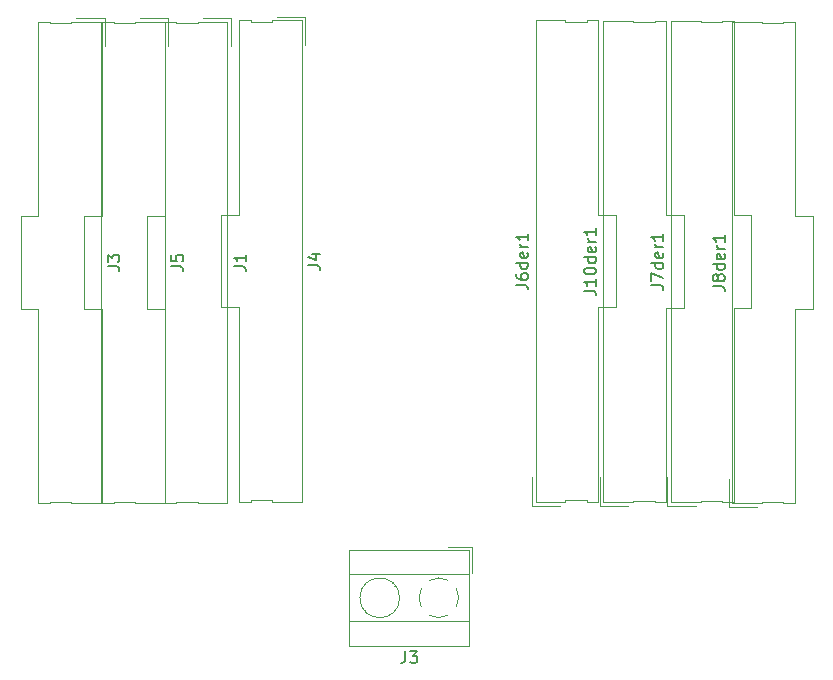
<source format=gbr>
%TF.GenerationSoftware,KiCad,Pcbnew,6.0.7+dfsg-1+b1*%
%TF.CreationDate,2022-09-28T14:19:47-05:00*%
%TF.ProjectId,esp32,65737033-322e-46b6-9963-61645f706362,rev?*%
%TF.SameCoordinates,Original*%
%TF.FileFunction,Legend,Top*%
%TF.FilePolarity,Positive*%
%FSLAX46Y46*%
G04 Gerber Fmt 4.6, Leading zero omitted, Abs format (unit mm)*
G04 Created by KiCad (PCBNEW 6.0.7+dfsg-1+b1) date 2022-09-28 14:19:47*
%MOMM*%
%LPD*%
G01*
G04 APERTURE LIST*
%ADD10C,0.150000*%
%ADD11C,0.120000*%
G04 APERTURE END LIST*
D10*
%TO.C,J3*%
X115666666Y-153612380D02*
X115666666Y-154326666D01*
X115619047Y-154469523D01*
X115523809Y-154564761D01*
X115380952Y-154612380D01*
X115285714Y-154612380D01*
X116047619Y-153612380D02*
X116666666Y-153612380D01*
X116333333Y-153993333D01*
X116476190Y-153993333D01*
X116571428Y-154040952D01*
X116619047Y-154088571D01*
X116666666Y-154183809D01*
X116666666Y-154421904D01*
X116619047Y-154517142D01*
X116571428Y-154564761D01*
X116476190Y-154612380D01*
X116190476Y-154612380D01*
X116095238Y-154564761D01*
X116047619Y-154517142D01*
%TO.C,J5*%
X95852380Y-121033333D02*
X96566666Y-121033333D01*
X96709523Y-121080952D01*
X96804761Y-121176190D01*
X96852380Y-121319047D01*
X96852380Y-121414285D01*
X95852380Y-120080952D02*
X95852380Y-120557142D01*
X96328571Y-120604761D01*
X96280952Y-120557142D01*
X96233333Y-120461904D01*
X96233333Y-120223809D01*
X96280952Y-120128571D01*
X96328571Y-120080952D01*
X96423809Y-120033333D01*
X96661904Y-120033333D01*
X96757142Y-120080952D01*
X96804761Y-120128571D01*
X96852380Y-120223809D01*
X96852380Y-120461904D01*
X96804761Y-120557142D01*
X96757142Y-120604761D01*
%TO.C,J1*%
X101152380Y-121033333D02*
X101866666Y-121033333D01*
X102009523Y-121080952D01*
X102104761Y-121176190D01*
X102152380Y-121319047D01*
X102152380Y-121414285D01*
X102152380Y-120033333D02*
X102152380Y-120604761D01*
X102152380Y-120319047D02*
X101152380Y-120319047D01*
X101295238Y-120414285D01*
X101390476Y-120509523D01*
X101438095Y-120604761D01*
%TO.C,J8der1*%
X141702380Y-122720000D02*
X142416666Y-122720000D01*
X142559523Y-122767619D01*
X142654761Y-122862857D01*
X142702380Y-123005714D01*
X142702380Y-123100952D01*
X142130952Y-122100952D02*
X142083333Y-122196190D01*
X142035714Y-122243809D01*
X141940476Y-122291428D01*
X141892857Y-122291428D01*
X141797619Y-122243809D01*
X141750000Y-122196190D01*
X141702380Y-122100952D01*
X141702380Y-121910476D01*
X141750000Y-121815238D01*
X141797619Y-121767619D01*
X141892857Y-121720000D01*
X141940476Y-121720000D01*
X142035714Y-121767619D01*
X142083333Y-121815238D01*
X142130952Y-121910476D01*
X142130952Y-122100952D01*
X142178571Y-122196190D01*
X142226190Y-122243809D01*
X142321428Y-122291428D01*
X142511904Y-122291428D01*
X142607142Y-122243809D01*
X142654761Y-122196190D01*
X142702380Y-122100952D01*
X142702380Y-121910476D01*
X142654761Y-121815238D01*
X142607142Y-121767619D01*
X142511904Y-121720000D01*
X142321428Y-121720000D01*
X142226190Y-121767619D01*
X142178571Y-121815238D01*
X142130952Y-121910476D01*
X142702380Y-120862857D02*
X141702380Y-120862857D01*
X142654761Y-120862857D02*
X142702380Y-120958095D01*
X142702380Y-121148571D01*
X142654761Y-121243809D01*
X142607142Y-121291428D01*
X142511904Y-121339047D01*
X142226190Y-121339047D01*
X142130952Y-121291428D01*
X142083333Y-121243809D01*
X142035714Y-121148571D01*
X142035714Y-120958095D01*
X142083333Y-120862857D01*
X142654761Y-120005714D02*
X142702380Y-120100952D01*
X142702380Y-120291428D01*
X142654761Y-120386666D01*
X142559523Y-120434285D01*
X142178571Y-120434285D01*
X142083333Y-120386666D01*
X142035714Y-120291428D01*
X142035714Y-120100952D01*
X142083333Y-120005714D01*
X142178571Y-119958095D01*
X142273809Y-119958095D01*
X142369047Y-120434285D01*
X142702380Y-119529523D02*
X142035714Y-119529523D01*
X142226190Y-119529523D02*
X142130952Y-119481904D01*
X142083333Y-119434285D01*
X142035714Y-119339047D01*
X142035714Y-119243809D01*
X142702380Y-118386666D02*
X142702380Y-118958095D01*
X142702380Y-118672380D02*
X141702380Y-118672380D01*
X141845238Y-118767619D01*
X141940476Y-118862857D01*
X141988095Y-118958095D01*
%TO.C,J6der1*%
X125052380Y-122600000D02*
X125766666Y-122600000D01*
X125909523Y-122647619D01*
X126004761Y-122742857D01*
X126052380Y-122885714D01*
X126052380Y-122980952D01*
X125052380Y-121695238D02*
X125052380Y-121885714D01*
X125100000Y-121980952D01*
X125147619Y-122028571D01*
X125290476Y-122123809D01*
X125480952Y-122171428D01*
X125861904Y-122171428D01*
X125957142Y-122123809D01*
X126004761Y-122076190D01*
X126052380Y-121980952D01*
X126052380Y-121790476D01*
X126004761Y-121695238D01*
X125957142Y-121647619D01*
X125861904Y-121600000D01*
X125623809Y-121600000D01*
X125528571Y-121647619D01*
X125480952Y-121695238D01*
X125433333Y-121790476D01*
X125433333Y-121980952D01*
X125480952Y-122076190D01*
X125528571Y-122123809D01*
X125623809Y-122171428D01*
X126052380Y-120742857D02*
X125052380Y-120742857D01*
X126004761Y-120742857D02*
X126052380Y-120838095D01*
X126052380Y-121028571D01*
X126004761Y-121123809D01*
X125957142Y-121171428D01*
X125861904Y-121219047D01*
X125576190Y-121219047D01*
X125480952Y-121171428D01*
X125433333Y-121123809D01*
X125385714Y-121028571D01*
X125385714Y-120838095D01*
X125433333Y-120742857D01*
X126004761Y-119885714D02*
X126052380Y-119980952D01*
X126052380Y-120171428D01*
X126004761Y-120266666D01*
X125909523Y-120314285D01*
X125528571Y-120314285D01*
X125433333Y-120266666D01*
X125385714Y-120171428D01*
X125385714Y-119980952D01*
X125433333Y-119885714D01*
X125528571Y-119838095D01*
X125623809Y-119838095D01*
X125719047Y-120314285D01*
X126052380Y-119409523D02*
X125385714Y-119409523D01*
X125576190Y-119409523D02*
X125480952Y-119361904D01*
X125433333Y-119314285D01*
X125385714Y-119219047D01*
X125385714Y-119123809D01*
X126052380Y-118266666D02*
X126052380Y-118838095D01*
X126052380Y-118552380D02*
X125052380Y-118552380D01*
X125195238Y-118647619D01*
X125290476Y-118742857D01*
X125338095Y-118838095D01*
%TO.C,J7der1*%
X136502380Y-122620000D02*
X137216666Y-122620000D01*
X137359523Y-122667619D01*
X137454761Y-122762857D01*
X137502380Y-122905714D01*
X137502380Y-123000952D01*
X136502380Y-122239047D02*
X136502380Y-121572380D01*
X137502380Y-122000952D01*
X137502380Y-120762857D02*
X136502380Y-120762857D01*
X137454761Y-120762857D02*
X137502380Y-120858095D01*
X137502380Y-121048571D01*
X137454761Y-121143809D01*
X137407142Y-121191428D01*
X137311904Y-121239047D01*
X137026190Y-121239047D01*
X136930952Y-121191428D01*
X136883333Y-121143809D01*
X136835714Y-121048571D01*
X136835714Y-120858095D01*
X136883333Y-120762857D01*
X137454761Y-119905714D02*
X137502380Y-120000952D01*
X137502380Y-120191428D01*
X137454761Y-120286666D01*
X137359523Y-120334285D01*
X136978571Y-120334285D01*
X136883333Y-120286666D01*
X136835714Y-120191428D01*
X136835714Y-120000952D01*
X136883333Y-119905714D01*
X136978571Y-119858095D01*
X137073809Y-119858095D01*
X137169047Y-120334285D01*
X137502380Y-119429523D02*
X136835714Y-119429523D01*
X137026190Y-119429523D02*
X136930952Y-119381904D01*
X136883333Y-119334285D01*
X136835714Y-119239047D01*
X136835714Y-119143809D01*
X137502380Y-118286666D02*
X137502380Y-118858095D01*
X137502380Y-118572380D02*
X136502380Y-118572380D01*
X136645238Y-118667619D01*
X136740476Y-118762857D01*
X136788095Y-118858095D01*
%TO.C,J3*%
X90452380Y-121033333D02*
X91166666Y-121033333D01*
X91309523Y-121080952D01*
X91404761Y-121176190D01*
X91452380Y-121319047D01*
X91452380Y-121414285D01*
X90452380Y-120652380D02*
X90452380Y-120033333D01*
X90833333Y-120366666D01*
X90833333Y-120223809D01*
X90880952Y-120128571D01*
X90928571Y-120080952D01*
X91023809Y-120033333D01*
X91261904Y-120033333D01*
X91357142Y-120080952D01*
X91404761Y-120128571D01*
X91452380Y-120223809D01*
X91452380Y-120509523D01*
X91404761Y-120604761D01*
X91357142Y-120652380D01*
%TO.C,J4*%
X107452380Y-120933333D02*
X108166666Y-120933333D01*
X108309523Y-120980952D01*
X108404761Y-121076190D01*
X108452380Y-121219047D01*
X108452380Y-121314285D01*
X107785714Y-120028571D02*
X108452380Y-120028571D01*
X107404761Y-120266666D02*
X108119047Y-120504761D01*
X108119047Y-119885714D01*
%TO.C,J10der1*%
X130802380Y-123096190D02*
X131516666Y-123096190D01*
X131659523Y-123143809D01*
X131754761Y-123239047D01*
X131802380Y-123381904D01*
X131802380Y-123477142D01*
X131802380Y-122096190D02*
X131802380Y-122667619D01*
X131802380Y-122381904D02*
X130802380Y-122381904D01*
X130945238Y-122477142D01*
X131040476Y-122572380D01*
X131088095Y-122667619D01*
X130802380Y-121477142D02*
X130802380Y-121381904D01*
X130850000Y-121286666D01*
X130897619Y-121239047D01*
X130992857Y-121191428D01*
X131183333Y-121143809D01*
X131421428Y-121143809D01*
X131611904Y-121191428D01*
X131707142Y-121239047D01*
X131754761Y-121286666D01*
X131802380Y-121381904D01*
X131802380Y-121477142D01*
X131754761Y-121572380D01*
X131707142Y-121620000D01*
X131611904Y-121667619D01*
X131421428Y-121715238D01*
X131183333Y-121715238D01*
X130992857Y-121667619D01*
X130897619Y-121620000D01*
X130850000Y-121572380D01*
X130802380Y-121477142D01*
X131802380Y-120286666D02*
X130802380Y-120286666D01*
X131754761Y-120286666D02*
X131802380Y-120381904D01*
X131802380Y-120572380D01*
X131754761Y-120667619D01*
X131707142Y-120715238D01*
X131611904Y-120762857D01*
X131326190Y-120762857D01*
X131230952Y-120715238D01*
X131183333Y-120667619D01*
X131135714Y-120572380D01*
X131135714Y-120381904D01*
X131183333Y-120286666D01*
X131754761Y-119429523D02*
X131802380Y-119524761D01*
X131802380Y-119715238D01*
X131754761Y-119810476D01*
X131659523Y-119858095D01*
X131278571Y-119858095D01*
X131183333Y-119810476D01*
X131135714Y-119715238D01*
X131135714Y-119524761D01*
X131183333Y-119429523D01*
X131278571Y-119381904D01*
X131373809Y-119381904D01*
X131469047Y-119858095D01*
X131802380Y-118953333D02*
X131135714Y-118953333D01*
X131326190Y-118953333D02*
X131230952Y-118905714D01*
X131183333Y-118858095D01*
X131135714Y-118762857D01*
X131135714Y-118667619D01*
X131802380Y-117810476D02*
X131802380Y-118381904D01*
X131802380Y-118096190D02*
X130802380Y-118096190D01*
X130945238Y-118191428D01*
X131040476Y-118286666D01*
X131088095Y-118381904D01*
D11*
%TO.C,J3*%
X121300000Y-144800000D02*
X119300000Y-144800000D01*
X121300000Y-147040000D02*
X121300000Y-144800000D01*
X112225000Y-150169000D02*
X112319000Y-150076000D01*
X114510000Y-147884000D02*
X114569000Y-147826000D01*
X121060000Y-147100000D02*
X110940000Y-147100000D01*
X112430000Y-150375000D02*
X112489000Y-150316000D01*
X121060000Y-153160000D02*
X110940000Y-153160000D01*
X110940000Y-153160000D02*
X110940000Y-145040000D01*
X121060000Y-153160000D02*
X121060000Y-145040000D01*
X114680000Y-148124000D02*
X114774000Y-148031000D01*
X121060000Y-151100000D02*
X110940000Y-151100000D01*
X121060000Y-145040000D02*
X110940000Y-145040000D01*
X119289000Y-147616000D02*
G75*
G03*
X118470617Y-147419550I-788998J-1483995D01*
G01*
X117015999Y-148311000D02*
G75*
G03*
X117016047Y-149889089I1484001J-789000D01*
G01*
X119984000Y-149889000D02*
G75*
G03*
X119983953Y-148310911I-1483995J789000D01*
G01*
X118500000Y-147420000D02*
G75*
G03*
X117711288Y-147616648I0J-1680000D01*
G01*
X117711000Y-150584000D02*
G75*
G03*
X119289089Y-150583953I789000J1483995D01*
G01*
X115180000Y-149100000D02*
G75*
G03*
X115180000Y-149100000I-1680000J0D01*
G01*
%TO.C,J5*%
X90970000Y-100310000D02*
X89990000Y-100310000D01*
X92780000Y-100310000D02*
X92780000Y-100440000D01*
X92780000Y-100440000D02*
X90970000Y-100440000D01*
X89990000Y-100310000D02*
X89990000Y-116780000D01*
X93200000Y-100010000D02*
X95610000Y-100010000D01*
X95610000Y-100010000D02*
X95610000Y-102420000D01*
X88490000Y-116780000D02*
X88490000Y-124620000D01*
X89990000Y-141090000D02*
X90970000Y-141090000D01*
X89990000Y-116780000D02*
X88490000Y-116780000D01*
X92780000Y-141090000D02*
X95310000Y-141090000D01*
X90970000Y-100440000D02*
X90970000Y-100310000D01*
X92780000Y-140960000D02*
X92780000Y-141090000D01*
X90970000Y-140960000D02*
X92780000Y-140960000D01*
X90970000Y-141090000D02*
X90970000Y-140960000D01*
X95310000Y-141090000D02*
X95310000Y-100310000D01*
X95310000Y-100310000D02*
X92780000Y-100310000D01*
X88490000Y-124620000D02*
X89990000Y-124620000D01*
X89990000Y-124620000D02*
X89990000Y-141090000D01*
%TO.C,J1*%
X95290000Y-124620000D02*
X95290000Y-141090000D01*
X95290000Y-116780000D02*
X93790000Y-116780000D01*
X98080000Y-140960000D02*
X98080000Y-141090000D01*
X98080000Y-100310000D02*
X98080000Y-100440000D01*
X96270000Y-140960000D02*
X98080000Y-140960000D01*
X96270000Y-100440000D02*
X96270000Y-100310000D01*
X96270000Y-141090000D02*
X96270000Y-140960000D01*
X100610000Y-100310000D02*
X98080000Y-100310000D01*
X98500000Y-100010000D02*
X100910000Y-100010000D01*
X95290000Y-141090000D02*
X96270000Y-141090000D01*
X98080000Y-141090000D02*
X100610000Y-141090000D01*
X96270000Y-100310000D02*
X95290000Y-100310000D01*
X93790000Y-116780000D02*
X93790000Y-124620000D01*
X98080000Y-100440000D02*
X96270000Y-100440000D01*
X93790000Y-124620000D02*
X95290000Y-124620000D01*
X100610000Y-141090000D02*
X100610000Y-100310000D01*
X100910000Y-100010000D02*
X100910000Y-102420000D01*
X95290000Y-100310000D02*
X95290000Y-116780000D01*
%TO.C,J8der1*%
X143340000Y-141110000D02*
X145870000Y-141110000D01*
X145450000Y-141410000D02*
X143040000Y-141410000D01*
X148660000Y-116800000D02*
X148660000Y-100330000D01*
X147680000Y-100330000D02*
X147680000Y-100460000D01*
X145870000Y-100460000D02*
X145870000Y-100330000D01*
X150160000Y-124640000D02*
X150160000Y-116800000D01*
X145870000Y-141110000D02*
X145870000Y-140980000D01*
X147680000Y-100460000D02*
X145870000Y-100460000D01*
X143040000Y-141410000D02*
X143040000Y-139000000D01*
X150160000Y-116800000D02*
X148660000Y-116800000D01*
X145870000Y-140980000D02*
X147680000Y-140980000D01*
X148660000Y-141110000D02*
X148660000Y-124640000D01*
X148660000Y-124640000D02*
X150160000Y-124640000D01*
X147680000Y-141110000D02*
X148660000Y-141110000D01*
X148660000Y-100330000D02*
X147680000Y-100330000D01*
X145870000Y-100330000D02*
X143340000Y-100330000D01*
X143340000Y-100330000D02*
X143340000Y-141110000D01*
X147680000Y-140980000D02*
X147680000Y-141110000D01*
%TO.C,J6der1*%
X132010000Y-100210000D02*
X131030000Y-100210000D01*
X129220000Y-100340000D02*
X129220000Y-100210000D01*
X129220000Y-140860000D02*
X131030000Y-140860000D01*
X129220000Y-100210000D02*
X126690000Y-100210000D01*
X126390000Y-141290000D02*
X126390000Y-138880000D01*
X133510000Y-116680000D02*
X132010000Y-116680000D01*
X132010000Y-140990000D02*
X132010000Y-124520000D01*
X126690000Y-140990000D02*
X129220000Y-140990000D01*
X133510000Y-124520000D02*
X133510000Y-116680000D01*
X132010000Y-124520000D02*
X133510000Y-124520000D01*
X131030000Y-100210000D02*
X131030000Y-100340000D01*
X131030000Y-140990000D02*
X132010000Y-140990000D01*
X126690000Y-100210000D02*
X126690000Y-140990000D01*
X132010000Y-116680000D02*
X132010000Y-100210000D01*
X128800000Y-141290000D02*
X126390000Y-141290000D01*
X131030000Y-100340000D02*
X129220000Y-100340000D01*
X131030000Y-140860000D02*
X131030000Y-140990000D01*
X129220000Y-140990000D02*
X129220000Y-140860000D01*
%TO.C,J7der1*%
X142480000Y-140880000D02*
X142480000Y-141010000D01*
X140250000Y-141310000D02*
X137840000Y-141310000D01*
X144960000Y-124540000D02*
X144960000Y-116700000D01*
X143460000Y-141010000D02*
X143460000Y-124540000D01*
X143460000Y-116700000D02*
X143460000Y-100230000D01*
X138140000Y-141010000D02*
X140670000Y-141010000D01*
X137840000Y-141310000D02*
X137840000Y-138900000D01*
X140670000Y-141010000D02*
X140670000Y-140880000D01*
X142480000Y-100360000D02*
X140670000Y-100360000D01*
X138140000Y-100230000D02*
X138140000Y-141010000D01*
X142480000Y-100230000D02*
X142480000Y-100360000D01*
X140670000Y-100230000D02*
X138140000Y-100230000D01*
X142480000Y-141010000D02*
X143460000Y-141010000D01*
X140670000Y-100360000D02*
X140670000Y-100230000D01*
X143460000Y-124540000D02*
X144960000Y-124540000D01*
X140670000Y-140880000D02*
X142480000Y-140880000D01*
X144960000Y-116700000D02*
X143460000Y-116700000D01*
X143460000Y-100230000D02*
X142480000Y-100230000D01*
%TO.C,J3*%
X83090000Y-124620000D02*
X84590000Y-124620000D01*
X83090000Y-116780000D02*
X83090000Y-124620000D01*
X87380000Y-100440000D02*
X85570000Y-100440000D01*
X84590000Y-116780000D02*
X83090000Y-116780000D01*
X89910000Y-141090000D02*
X89910000Y-100310000D01*
X89910000Y-100310000D02*
X87380000Y-100310000D01*
X84590000Y-141090000D02*
X85570000Y-141090000D01*
X84590000Y-124620000D02*
X84590000Y-141090000D01*
X84590000Y-100310000D02*
X84590000Y-116780000D01*
X85570000Y-100310000D02*
X84590000Y-100310000D01*
X85570000Y-100440000D02*
X85570000Y-100310000D01*
X85570000Y-141090000D02*
X85570000Y-140960000D01*
X87800000Y-100010000D02*
X90210000Y-100010000D01*
X87380000Y-140960000D02*
X87380000Y-141090000D01*
X85570000Y-140960000D02*
X87380000Y-140960000D01*
X90210000Y-100010000D02*
X90210000Y-102420000D01*
X87380000Y-100310000D02*
X87380000Y-100440000D01*
X87380000Y-141090000D02*
X89910000Y-141090000D01*
%TO.C,J4*%
X101590000Y-100210000D02*
X101590000Y-116680000D01*
X106910000Y-140990000D02*
X106910000Y-100210000D01*
X104380000Y-100340000D02*
X102570000Y-100340000D01*
X102570000Y-100210000D02*
X101590000Y-100210000D01*
X100090000Y-116680000D02*
X100090000Y-124520000D01*
X104800000Y-99910000D02*
X107210000Y-99910000D01*
X100090000Y-124520000D02*
X101590000Y-124520000D01*
X102570000Y-140990000D02*
X102570000Y-140860000D01*
X104380000Y-140860000D02*
X104380000Y-140990000D01*
X106910000Y-100210000D02*
X104380000Y-100210000D01*
X104380000Y-140990000D02*
X106910000Y-140990000D01*
X102570000Y-100340000D02*
X102570000Y-100210000D01*
X102570000Y-140860000D02*
X104380000Y-140860000D01*
X107210000Y-99910000D02*
X107210000Y-102320000D01*
X101590000Y-124520000D02*
X101590000Y-140990000D01*
X101590000Y-116680000D02*
X100090000Y-116680000D01*
X104380000Y-100210000D02*
X104380000Y-100340000D01*
X101590000Y-140990000D02*
X102570000Y-140990000D01*
%TO.C,J10der1*%
X137760000Y-124540000D02*
X139260000Y-124540000D01*
X137760000Y-100230000D02*
X136780000Y-100230000D01*
X136780000Y-100360000D02*
X134970000Y-100360000D01*
X136780000Y-100230000D02*
X136780000Y-100360000D01*
X134970000Y-100360000D02*
X134970000Y-100230000D01*
X134970000Y-141010000D02*
X134970000Y-140880000D01*
X136780000Y-141010000D02*
X137760000Y-141010000D01*
X134970000Y-100230000D02*
X132440000Y-100230000D01*
X132440000Y-141010000D02*
X134970000Y-141010000D01*
X139260000Y-124540000D02*
X139260000Y-116700000D01*
X132440000Y-100230000D02*
X132440000Y-141010000D01*
X132140000Y-141310000D02*
X132140000Y-138900000D01*
X134970000Y-140880000D02*
X136780000Y-140880000D01*
X137760000Y-116700000D02*
X137760000Y-100230000D01*
X134550000Y-141310000D02*
X132140000Y-141310000D01*
X137760000Y-141010000D02*
X137760000Y-124540000D01*
X136780000Y-140880000D02*
X136780000Y-141010000D01*
X139260000Y-116700000D02*
X137760000Y-116700000D01*
%TD*%
M02*

</source>
